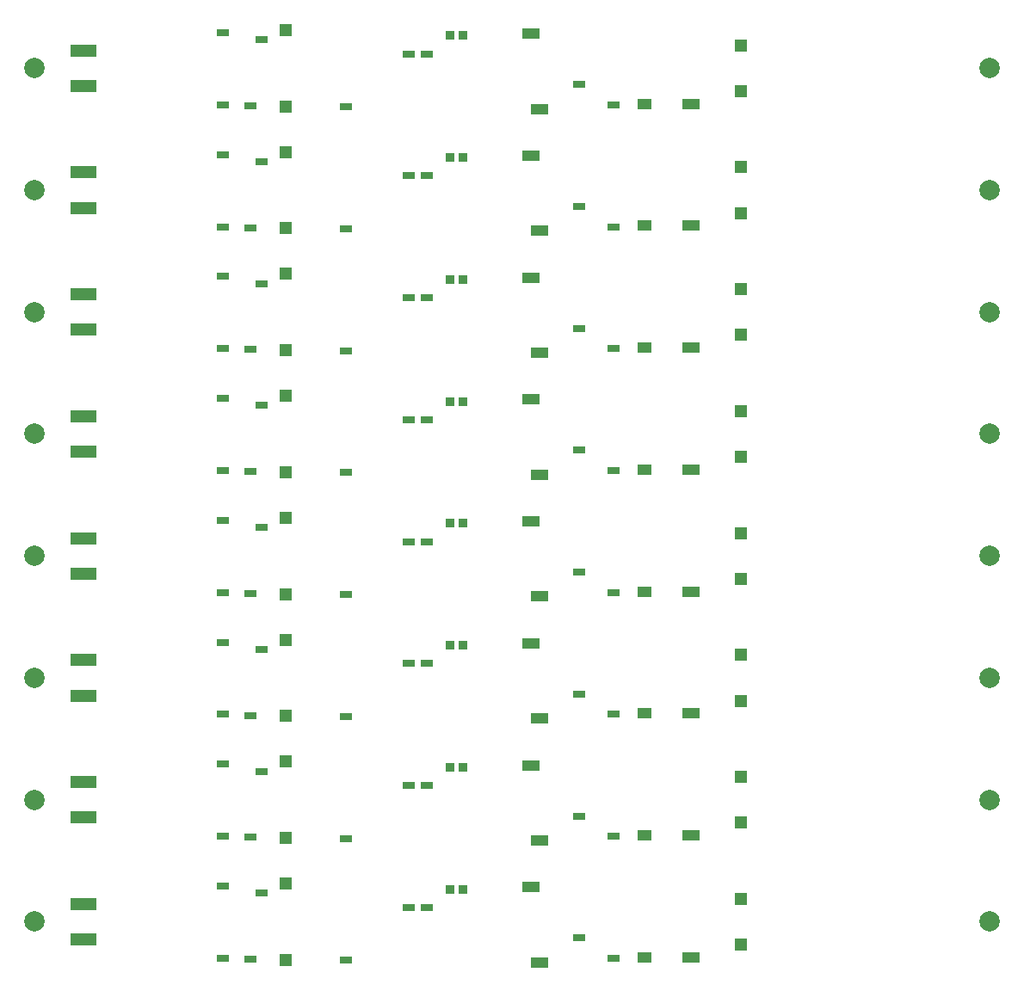
<source format=gts>
%TF.GenerationSoftware,KiCad,Pcbnew,(5.1.9)-1*%
%TF.CreationDate,2021-05-10T22:59:37+09:00*%
%TF.ProjectId,motordecoder2-roomlight,6d6f746f-7264-4656-936f-646572322d72,rev?*%
%TF.SameCoordinates,Original*%
%TF.FileFunction,Soldermask,Top*%
%TF.FilePolarity,Negative*%
%FSLAX46Y46*%
G04 Gerber Fmt 4.6, Leading zero omitted, Abs format (unit mm)*
G04 Created by KiCad (PCBNEW (5.1.9)-1) date 2021-05-10 22:59:37*
%MOMM*%
%LPD*%
G01*
G04 APERTURE LIST*
%ADD10C,2.000000*%
%ADD11R,1.400000X1.000000*%
%ADD12R,1.800000X1.000000*%
%ADD13R,0.950000X0.950000*%
%ADD14R,1.200000X0.800000*%
%ADD15R,2.500000X1.200000*%
%ADD16R,1.300000X1.300000*%
G04 APERTURE END LIST*
D10*
%TO.C,REF\u002A\u002A*%
X97500000Y-122000000D03*
%TD*%
%TO.C,REF\u002A\u002A*%
X97500000Y-110000000D03*
%TD*%
%TO.C,REF\u002A\u002A*%
X97500000Y-98000000D03*
%TD*%
%TO.C,REF\u002A\u002A*%
X97500000Y-86000000D03*
%TD*%
%TO.C,REF\u002A\u002A*%
X97500000Y-74000000D03*
%TD*%
%TO.C,REF\u002A\u002A*%
X97500000Y-62000000D03*
%TD*%
%TO.C,REF\u002A\u002A*%
X97500000Y-50000000D03*
%TD*%
%TO.C,REF\u002A\u002A*%
X191500000Y-122000000D03*
%TD*%
%TO.C,REF\u002A\u002A*%
X191500000Y-110000000D03*
%TD*%
%TO.C,REF\u002A\u002A*%
X191500000Y-98000000D03*
%TD*%
%TO.C,REF\u002A\u002A*%
X191500000Y-86000000D03*
%TD*%
%TO.C,REF\u002A\u002A*%
X191500000Y-74000000D03*
%TD*%
%TO.C,REF\u002A\u002A*%
X191500000Y-62000000D03*
%TD*%
%TO.C,REF\u002A\u002A*%
X191500000Y-50000000D03*
%TD*%
%TO.C,REF\u002A\u002A*%
X97500000Y-38000000D03*
%TD*%
%TO.C,REF\u002A\u002A*%
X191500000Y-38000000D03*
%TD*%
D11*
%TO.C,P8*%
X157500000Y-125500000D03*
%TD*%
%TO.C,P8*%
X157500000Y-113500000D03*
%TD*%
%TO.C,P8*%
X157500000Y-101500000D03*
%TD*%
%TO.C,P8*%
X157500000Y-89500000D03*
%TD*%
%TO.C,P8*%
X157500000Y-77500000D03*
%TD*%
%TO.C,P8*%
X157500000Y-65500000D03*
%TD*%
%TO.C,P8*%
X157500000Y-53500000D03*
%TD*%
D12*
%TO.C,J15*%
X147200000Y-126000000D03*
%TD*%
%TO.C,J15*%
X147200000Y-114000000D03*
%TD*%
%TO.C,J15*%
X147200000Y-102000000D03*
%TD*%
%TO.C,J15*%
X147200000Y-90000000D03*
%TD*%
%TO.C,J15*%
X147200000Y-78000000D03*
%TD*%
%TO.C,J15*%
X147200000Y-66000000D03*
%TD*%
%TO.C,J15*%
X147200000Y-54000000D03*
%TD*%
D13*
%TO.C,P9*%
X139635000Y-118800000D03*
X138365000Y-118800000D03*
%TD*%
%TO.C,P9*%
X139635000Y-106800000D03*
X138365000Y-106800000D03*
%TD*%
%TO.C,P9*%
X139635000Y-94800000D03*
X138365000Y-94800000D03*
%TD*%
%TO.C,P9*%
X139635000Y-82800000D03*
X138365000Y-82800000D03*
%TD*%
%TO.C,P9*%
X139635000Y-70800000D03*
X138365000Y-70800000D03*
%TD*%
%TO.C,P9*%
X139635000Y-58800000D03*
X138365000Y-58800000D03*
%TD*%
%TO.C,P9*%
X139635000Y-46800000D03*
X138365000Y-46800000D03*
%TD*%
D12*
%TO.C,P7*%
X162100000Y-125500000D03*
%TD*%
%TO.C,P7*%
X162100000Y-113500000D03*
%TD*%
%TO.C,P7*%
X162100000Y-101500000D03*
%TD*%
%TO.C,P7*%
X162100000Y-89500000D03*
%TD*%
%TO.C,P7*%
X162100000Y-77500000D03*
%TD*%
%TO.C,P7*%
X162100000Y-65500000D03*
%TD*%
%TO.C,P7*%
X162100000Y-53500000D03*
%TD*%
D14*
%TO.C,J11*%
X119800000Y-119200000D03*
%TD*%
%TO.C,J11*%
X119800000Y-107200000D03*
%TD*%
%TO.C,J11*%
X119800000Y-95200000D03*
%TD*%
%TO.C,J11*%
X119800000Y-83200000D03*
%TD*%
%TO.C,J11*%
X119800000Y-71200000D03*
%TD*%
%TO.C,J11*%
X119800000Y-59200000D03*
%TD*%
%TO.C,J11*%
X119800000Y-47200000D03*
%TD*%
%TO.C,J12*%
X118700000Y-125700000D03*
%TD*%
%TO.C,J12*%
X118700000Y-113700000D03*
%TD*%
%TO.C,J12*%
X118700000Y-101700000D03*
%TD*%
%TO.C,J12*%
X118700000Y-89700000D03*
%TD*%
%TO.C,J12*%
X118700000Y-77700000D03*
%TD*%
%TO.C,J12*%
X118700000Y-65700000D03*
%TD*%
%TO.C,J12*%
X118700000Y-53700000D03*
%TD*%
D15*
%TO.C,J22*%
X102300000Y-120250000D03*
%TD*%
%TO.C,J22*%
X102300000Y-108250000D03*
%TD*%
%TO.C,J22*%
X102300000Y-96250000D03*
%TD*%
%TO.C,J22*%
X102300000Y-84250000D03*
%TD*%
%TO.C,J22*%
X102300000Y-72250000D03*
%TD*%
%TO.C,J22*%
X102300000Y-60250000D03*
%TD*%
%TO.C,J22*%
X102300000Y-48250000D03*
%TD*%
%TO.C,J21*%
X102300000Y-123750000D03*
%TD*%
%TO.C,J21*%
X102300000Y-111750000D03*
%TD*%
%TO.C,J21*%
X102300000Y-99750000D03*
%TD*%
%TO.C,J21*%
X102300000Y-87750000D03*
%TD*%
%TO.C,J21*%
X102300000Y-75750000D03*
%TD*%
%TO.C,J21*%
X102300000Y-63750000D03*
%TD*%
%TO.C,J21*%
X102300000Y-51750000D03*
%TD*%
D12*
%TO.C,J19*%
X146300000Y-118600000D03*
%TD*%
%TO.C,J19*%
X146300000Y-106600000D03*
%TD*%
%TO.C,J19*%
X146300000Y-94600000D03*
%TD*%
%TO.C,J19*%
X146300000Y-82600000D03*
%TD*%
%TO.C,J19*%
X146300000Y-70600000D03*
%TD*%
%TO.C,J19*%
X146300000Y-58600000D03*
%TD*%
%TO.C,J19*%
X146300000Y-46600000D03*
%TD*%
D14*
%TO.C,J13*%
X151100000Y-123600000D03*
%TD*%
%TO.C,J13*%
X151100000Y-111600000D03*
%TD*%
%TO.C,J13*%
X151100000Y-99600000D03*
%TD*%
%TO.C,J13*%
X151100000Y-87600000D03*
%TD*%
%TO.C,J13*%
X151100000Y-75600000D03*
%TD*%
%TO.C,J13*%
X151100000Y-63600000D03*
%TD*%
%TO.C,J13*%
X151100000Y-51600000D03*
%TD*%
%TO.C,J16*%
X136100000Y-120600000D03*
%TD*%
%TO.C,J16*%
X136100000Y-108600000D03*
%TD*%
%TO.C,J16*%
X136100000Y-96600000D03*
%TD*%
%TO.C,J16*%
X136100000Y-84600000D03*
%TD*%
%TO.C,J16*%
X136100000Y-72600000D03*
%TD*%
%TO.C,J16*%
X136100000Y-60600000D03*
%TD*%
%TO.C,J16*%
X136100000Y-48600000D03*
%TD*%
%TO.C,J18*%
X134300000Y-120600000D03*
%TD*%
%TO.C,J18*%
X134300000Y-108600000D03*
%TD*%
%TO.C,J18*%
X134300000Y-96600000D03*
%TD*%
%TO.C,J18*%
X134300000Y-84600000D03*
%TD*%
%TO.C,J18*%
X134300000Y-72600000D03*
%TD*%
%TO.C,J18*%
X134300000Y-60600000D03*
%TD*%
%TO.C,J18*%
X134300000Y-48600000D03*
%TD*%
%TO.C,J14*%
X154500000Y-125600000D03*
%TD*%
%TO.C,J14*%
X154500000Y-113600000D03*
%TD*%
%TO.C,J14*%
X154500000Y-101600000D03*
%TD*%
%TO.C,J14*%
X154500000Y-89600000D03*
%TD*%
%TO.C,J14*%
X154500000Y-77600000D03*
%TD*%
%TO.C,J14*%
X154500000Y-65600000D03*
%TD*%
%TO.C,J14*%
X154500000Y-53600000D03*
%TD*%
%TO.C,J17*%
X128100000Y-125800000D03*
%TD*%
%TO.C,J17*%
X128100000Y-113800000D03*
%TD*%
%TO.C,J17*%
X128100000Y-101800000D03*
%TD*%
%TO.C,J17*%
X128100000Y-89800000D03*
%TD*%
%TO.C,J17*%
X128100000Y-77800000D03*
%TD*%
%TO.C,J17*%
X128100000Y-65800000D03*
%TD*%
%TO.C,J17*%
X128100000Y-53800000D03*
%TD*%
%TO.C,P11*%
X116000000Y-118500000D03*
%TD*%
%TO.C,P11*%
X116000000Y-106500000D03*
%TD*%
%TO.C,P11*%
X116000000Y-94500000D03*
%TD*%
%TO.C,P11*%
X116000000Y-82500000D03*
%TD*%
%TO.C,P11*%
X116000000Y-70500000D03*
%TD*%
%TO.C,P11*%
X116000000Y-58500000D03*
%TD*%
%TO.C,P11*%
X116000000Y-46500000D03*
%TD*%
%TO.C,P10*%
X116000000Y-125600000D03*
%TD*%
%TO.C,P10*%
X116000000Y-113600000D03*
%TD*%
%TO.C,P10*%
X116000000Y-101600000D03*
%TD*%
%TO.C,P10*%
X116000000Y-89600000D03*
%TD*%
%TO.C,P10*%
X116000000Y-77600000D03*
%TD*%
%TO.C,P10*%
X116000000Y-65600000D03*
%TD*%
%TO.C,P10*%
X116000000Y-53600000D03*
%TD*%
D16*
%TO.C,P6*%
X122250000Y-125750000D03*
%TD*%
%TO.C,P6*%
X122250000Y-113750000D03*
%TD*%
%TO.C,P6*%
X122250000Y-101750000D03*
%TD*%
%TO.C,P6*%
X122250000Y-89750000D03*
%TD*%
%TO.C,P6*%
X122250000Y-77750000D03*
%TD*%
%TO.C,P6*%
X122250000Y-65750000D03*
%TD*%
%TO.C,P6*%
X122250000Y-53750000D03*
%TD*%
%TO.C,P5*%
X122250000Y-118250000D03*
%TD*%
%TO.C,P5*%
X122250000Y-106250000D03*
%TD*%
%TO.C,P5*%
X122250000Y-94250000D03*
%TD*%
%TO.C,P5*%
X122250000Y-82250000D03*
%TD*%
%TO.C,P5*%
X122250000Y-70250000D03*
%TD*%
%TO.C,P5*%
X122250000Y-58250000D03*
%TD*%
%TO.C,P5*%
X122250000Y-46250000D03*
%TD*%
%TO.C,P1*%
X167000000Y-119750000D03*
%TD*%
%TO.C,P1*%
X167000000Y-107750000D03*
%TD*%
%TO.C,P1*%
X167000000Y-95750000D03*
%TD*%
%TO.C,P1*%
X167000000Y-83750000D03*
%TD*%
%TO.C,P1*%
X167000000Y-71750000D03*
%TD*%
%TO.C,P1*%
X167000000Y-59750000D03*
%TD*%
%TO.C,P1*%
X167000000Y-47750000D03*
%TD*%
%TO.C,P3*%
X167000000Y-124250000D03*
%TD*%
%TO.C,P3*%
X167000000Y-112250000D03*
%TD*%
%TO.C,P3*%
X167000000Y-100250000D03*
%TD*%
%TO.C,P3*%
X167000000Y-88250000D03*
%TD*%
%TO.C,P3*%
X167000000Y-76250000D03*
%TD*%
%TO.C,P3*%
X167000000Y-64250000D03*
%TD*%
%TO.C,P3*%
X167000000Y-52250000D03*
%TD*%
%TO.C,P3*%
X167000000Y-40250000D03*
%TD*%
%TO.C,P1*%
X167000000Y-35750000D03*
%TD*%
D14*
%TO.C,P10*%
X116000000Y-41600000D03*
%TD*%
%TO.C,P11*%
X116000000Y-34500000D03*
%TD*%
D12*
%TO.C,J15*%
X147200000Y-42000000D03*
%TD*%
%TO.C,P7*%
X162100000Y-41500000D03*
%TD*%
D11*
%TO.C,P8*%
X157500000Y-41500000D03*
%TD*%
D13*
%TO.C,P9*%
X138365000Y-34800000D03*
X139635000Y-34800000D03*
%TD*%
D16*
%TO.C,P5*%
X122250000Y-34250000D03*
%TD*%
%TO.C,P6*%
X122250000Y-41750000D03*
%TD*%
D14*
%TO.C,J13*%
X151100000Y-39600000D03*
%TD*%
%TO.C,J17*%
X128100000Y-41800000D03*
%TD*%
%TO.C,J14*%
X154500000Y-41600000D03*
%TD*%
%TO.C,J16*%
X136100000Y-36600000D03*
%TD*%
%TO.C,J18*%
X134300000Y-36600000D03*
%TD*%
%TO.C,J11*%
X119800000Y-35200000D03*
%TD*%
%TO.C,J12*%
X118700000Y-41700000D03*
%TD*%
D12*
%TO.C,J19*%
X146300000Y-34600000D03*
%TD*%
D15*
%TO.C,J21*%
X102300000Y-39750000D03*
%TD*%
%TO.C,J22*%
X102300000Y-36250000D03*
%TD*%
M02*

</source>
